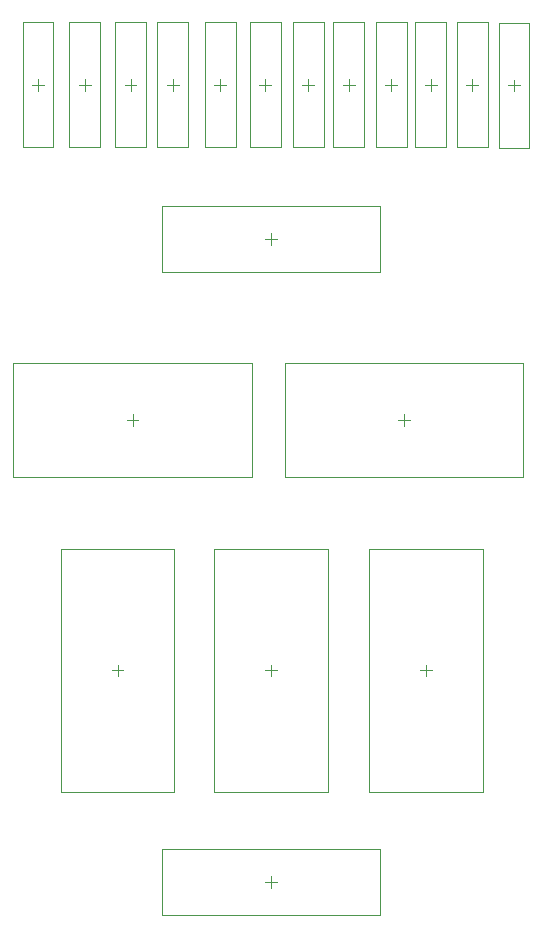
<source format=gbr>
%TF.GenerationSoftware,Altium Limited,Altium Designer,22.9.1 (49)*%
G04 Layer_Color=32768*
%FSLAX45Y45*%
%MOMM*%
%TF.SameCoordinates,4BB515F2-1930-42CC-84AD-66DDC1B42358*%
%TF.FilePolarity,Positive*%
%TF.FileFunction,Other,Mechanical_15*%
%TF.Part,Single*%
G01*
G75*
%TA.AperFunction,NonConductor*%
%ADD35C,0.10000*%
%ADD37C,0.05000*%
D35*
X6312784Y8586003D02*
Y8686002D01*
X6262787Y8636000D02*
X6362786D01*
X4013200Y8585998D02*
Y8685997D01*
X3963198Y8636000D02*
X4063197D01*
X6447942Y6515100D02*
X6547942D01*
X6497940Y6465103D02*
Y6565102D01*
X5135291Y6515100D02*
X5235291D01*
X5185288Y6465103D02*
Y6565102D01*
X3836203Y6515100D02*
X3936202D01*
X3886200Y6465103D02*
Y6565102D01*
X7242449Y11417925D02*
Y11517925D01*
X7192452Y11467922D02*
X7292452D01*
X3213705Y11423604D02*
Y11523604D01*
X3163707Y11473602D02*
X3263707D01*
X6888800Y11423604D02*
Y11523604D01*
X6838803Y11473602D02*
X6938802D01*
X3608294Y11423604D02*
Y11523604D01*
X3558296Y11473602D02*
X3658296D01*
X6538661Y11423604D02*
Y11523604D01*
X6488664Y11473602D02*
X6588663D01*
X3996192Y11423604D02*
Y11523604D01*
X3946195Y11473602D02*
X4046195D01*
X6203432Y11423604D02*
Y11523604D01*
X6153434Y11473602D02*
X6253434D01*
X4353789Y11423604D02*
Y11523604D01*
X4303791Y11473602D02*
X4403791D01*
X5844860Y11423604D02*
Y11523604D01*
X5794863Y11473602D02*
X5894862D01*
X4756882Y11423604D02*
Y11523604D01*
X4706884Y11473602D02*
X4806884D01*
X5502311Y11423604D02*
Y11523604D01*
X5452313Y11473602D02*
X5552313D01*
X5137389Y11423604D02*
Y11523604D01*
X5087391Y11473602D02*
X5187391D01*
D37*
X5302783Y8151002D02*
X7322784D01*
X5302783Y9120998D02*
X7322784D01*
X5302783Y8151002D02*
Y9120998D01*
X7322784Y8151002D02*
Y9120998D01*
X3003199D02*
X5023201D01*
X3003199Y8151002D02*
X5023201D01*
Y9120998D01*
X3003199Y8151002D02*
Y9120998D01*
X6017941Y5490098D02*
Y7540102D01*
X6977939Y5490098D02*
Y7540102D01*
X6017941D02*
X6977939D01*
X6017941Y5490098D02*
X6977939D01*
X4705289D02*
Y7540102D01*
X5665287Y5490098D02*
Y7540102D01*
X4705289D02*
X5665287D01*
X4705289Y5490098D02*
X5665287D01*
X3406201D02*
Y7540102D01*
X4366199Y5490098D02*
Y7540102D01*
X3406201D02*
X4366199D01*
X3406201Y5490098D02*
X4366199D01*
X7112447Y10940420D02*
X7372452D01*
Y11995424D01*
X7112447Y10940420D02*
Y11995424D01*
X7372452D01*
X3083702Y10946100D02*
X3343707D01*
Y12001104D01*
X3083702Y10946100D02*
Y12001104D01*
X3343707D01*
X6758798Y10946100D02*
X7018802D01*
Y12001104D01*
X6758798Y10946100D02*
Y12001104D01*
X7018802D01*
X3478291Y10946100D02*
X3738296D01*
Y12001104D01*
X3478291Y10946100D02*
Y12001104D01*
X3738296D01*
X6408659Y10946100D02*
X6668663D01*
Y12001104D01*
X6408659Y10946100D02*
Y12001104D01*
X6668663D01*
X3866190Y10946100D02*
X4126194D01*
Y12001104D01*
X3866190Y10946100D02*
Y12001104D01*
X4126194D01*
X6073430Y10946100D02*
X6333434D01*
Y12001104D01*
X6073430Y10946100D02*
Y12001104D01*
X6333434D01*
X4223786Y10946100D02*
X4483791D01*
Y12001104D01*
X4223786Y10946100D02*
Y12001104D01*
X4483791D01*
X5714858Y10946100D02*
X5974862D01*
Y12001104D01*
X5714858Y10946100D02*
Y12001104D01*
X5974862D01*
X4626879Y10946100D02*
X4886884D01*
Y12001104D01*
X4626879Y10946100D02*
Y12001104D01*
X4886884D01*
X5372308Y10946100D02*
X5632313D01*
Y12001104D01*
X5372308Y10946100D02*
Y12001104D01*
X5632313D01*
X5007386Y10946100D02*
X5267391D01*
Y12001104D01*
X5007386Y10946100D02*
Y12001104D01*
X5267391D01*
X4261287Y4441490D02*
Y5004491D01*
Y4441490D02*
X6109289D01*
Y5004491D01*
X4261287D02*
X6109289D01*
X5185288Y4672990D02*
Y4772990D01*
X5135291Y4722993D02*
X5235291D01*
X4259854Y9888210D02*
Y10451211D01*
Y9888210D02*
X6107857D01*
Y10451211D01*
X4259854D02*
X6107857D01*
X5183856Y10119711D02*
Y10219710D01*
X5133858Y10169708D02*
X5233858D01*
%TF.MD5,9e58c0d0fdd0f7c768f773dd72a45053*%
M02*

</source>
